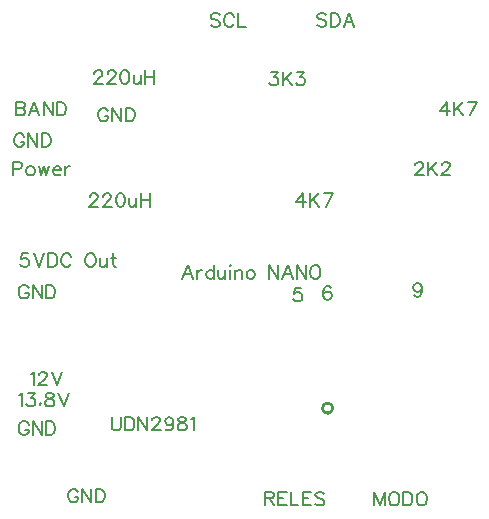
<source format=gto>
G04 Layer: TopSilkLayer*
G04 EasyEDA v6.4.19.5, 2021-06-09T19:17:38+02:00*
G04 94c66fb5ae3c4a55bd9af1bff0602b37,3a21a940fc264e4589df007fb316c5b6,10*
G04 Gerber Generator version 0.2*
G04 Scale: 100 percent, Rotated: No, Reflected: No *
G04 Dimensions in millimeters *
G04 leading zeros omitted , absolute positions ,4 integer and 5 decimal *
%FSLAX45Y45*%
%MOMM*%

%ADD10C,0.2540*%
%ADD13C,0.2032*%

%LPD*%
D13*
X5987288Y2176526D02*
G01*
X5981954Y2187447D01*
X5971031Y2198370D01*
X5960109Y2203957D01*
X5938265Y2203957D01*
X5927343Y2198370D01*
X5916422Y2187447D01*
X5910834Y2176526D01*
X5905500Y2160270D01*
X5905500Y2133092D01*
X5910834Y2116581D01*
X5916422Y2105660D01*
X5927343Y2094737D01*
X5938265Y2089404D01*
X5960109Y2089404D01*
X5971031Y2094737D01*
X5981954Y2105660D01*
X5987288Y2116581D01*
X5987288Y2133092D01*
X5960109Y2133092D02*
G01*
X5987288Y2133092D01*
X6023356Y2203957D02*
G01*
X6023356Y2089404D01*
X6023356Y2203957D02*
G01*
X6099556Y2089404D01*
X6099556Y2203957D02*
G01*
X6099556Y2089404D01*
X6135624Y2203957D02*
G01*
X6135624Y2089404D01*
X6135624Y2203957D02*
G01*
X6173977Y2203957D01*
X6190234Y2198370D01*
X6201156Y2187447D01*
X6206490Y2176526D01*
X6212077Y2160270D01*
X6212077Y2133092D01*
X6206490Y2116581D01*
X6201156Y2105660D01*
X6190234Y2094737D01*
X6173977Y2089404D01*
X6135624Y2089404D01*
X5949188Y3459226D02*
G01*
X5943854Y3470147D01*
X5932931Y3481070D01*
X5922009Y3486657D01*
X5900165Y3486657D01*
X5889243Y3481070D01*
X5878322Y3470147D01*
X5872734Y3459226D01*
X5867400Y3442970D01*
X5867400Y3415792D01*
X5872734Y3399281D01*
X5878322Y3388360D01*
X5889243Y3377437D01*
X5900165Y3372104D01*
X5922009Y3372104D01*
X5932931Y3377437D01*
X5943854Y3388360D01*
X5949188Y3399281D01*
X5949188Y3415792D01*
X5922009Y3415792D02*
G01*
X5949188Y3415792D01*
X5985256Y3486657D02*
G01*
X5985256Y3372104D01*
X5985256Y3486657D02*
G01*
X6061456Y3372104D01*
X6061456Y3486657D02*
G01*
X6061456Y3372104D01*
X6097524Y3486657D02*
G01*
X6097524Y3372104D01*
X6097524Y3486657D02*
G01*
X6135877Y3486657D01*
X6152134Y3481070D01*
X6163056Y3470147D01*
X6168390Y3459226D01*
X6173977Y3442970D01*
X6173977Y3415792D01*
X6168390Y3399281D01*
X6163056Y3388360D01*
X6152134Y3377437D01*
X6135877Y3372104D01*
X6097524Y3372104D01*
X6660388Y3675126D02*
G01*
X6655054Y3686047D01*
X6644131Y3696970D01*
X6633209Y3702557D01*
X6611365Y3702557D01*
X6600443Y3696970D01*
X6589522Y3686047D01*
X6583934Y3675126D01*
X6578600Y3658870D01*
X6578600Y3631692D01*
X6583934Y3615181D01*
X6589522Y3604260D01*
X6600443Y3593337D01*
X6611365Y3588004D01*
X6633209Y3588004D01*
X6644131Y3593337D01*
X6655054Y3604260D01*
X6660388Y3615181D01*
X6660388Y3631692D01*
X6633209Y3631692D02*
G01*
X6660388Y3631692D01*
X6696456Y3702557D02*
G01*
X6696456Y3588004D01*
X6696456Y3702557D02*
G01*
X6772656Y3588004D01*
X6772656Y3702557D02*
G01*
X6772656Y3588004D01*
X6808724Y3702557D02*
G01*
X6808724Y3588004D01*
X6808724Y3702557D02*
G01*
X6847077Y3702557D01*
X6863334Y3696970D01*
X6874256Y3686047D01*
X6879590Y3675126D01*
X6885177Y3658870D01*
X6885177Y3631692D01*
X6879590Y3615181D01*
X6874256Y3604260D01*
X6863334Y3593337D01*
X6847077Y3588004D01*
X6808724Y3588004D01*
X6406388Y449326D02*
G01*
X6401054Y460247D01*
X6390131Y471170D01*
X6379209Y476757D01*
X6357365Y476757D01*
X6346443Y471170D01*
X6335522Y460247D01*
X6329934Y449326D01*
X6324600Y433070D01*
X6324600Y405892D01*
X6329934Y389381D01*
X6335522Y378460D01*
X6346443Y367537D01*
X6357365Y362204D01*
X6379209Y362204D01*
X6390131Y367537D01*
X6401054Y378460D01*
X6406388Y389381D01*
X6406388Y405892D01*
X6379209Y405892D02*
G01*
X6406388Y405892D01*
X6442456Y476757D02*
G01*
X6442456Y362204D01*
X6442456Y476757D02*
G01*
X6518656Y362204D01*
X6518656Y476757D02*
G01*
X6518656Y362204D01*
X6554724Y476757D02*
G01*
X6554724Y362204D01*
X6554724Y476757D02*
G01*
X6593077Y476757D01*
X6609334Y471170D01*
X6620256Y460247D01*
X6625590Y449326D01*
X6631177Y433070D01*
X6631177Y405892D01*
X6625590Y389381D01*
X6620256Y378460D01*
X6609334Y367537D01*
X6593077Y362204D01*
X6554724Y362204D01*
X8915400Y451357D02*
G01*
X8915400Y336804D01*
X8915400Y451357D02*
G01*
X8959088Y336804D01*
X9002775Y451357D02*
G01*
X8959088Y336804D01*
X9002775Y451357D02*
G01*
X9002775Y336804D01*
X9071356Y451357D02*
G01*
X9060434Y445770D01*
X9049511Y434847D01*
X9044177Y423926D01*
X9038590Y407670D01*
X9038590Y380492D01*
X9044177Y363981D01*
X9049511Y353060D01*
X9060434Y342137D01*
X9071356Y336804D01*
X9093200Y336804D01*
X9104122Y342137D01*
X9115043Y353060D01*
X9120377Y363981D01*
X9125965Y380492D01*
X9125965Y407670D01*
X9120377Y423926D01*
X9115043Y434847D01*
X9104122Y445770D01*
X9093200Y451357D01*
X9071356Y451357D01*
X9162034Y451357D02*
G01*
X9162034Y336804D01*
X9162034Y451357D02*
G01*
X9200134Y451357D01*
X9216390Y445770D01*
X9227311Y434847D01*
X9232900Y423926D01*
X9238234Y407670D01*
X9238234Y380492D01*
X9232900Y363981D01*
X9227311Y353060D01*
X9216390Y342137D01*
X9200134Y336804D01*
X9162034Y336804D01*
X9307068Y451357D02*
G01*
X9296145Y445770D01*
X9285224Y434847D01*
X9279890Y423926D01*
X9274302Y407670D01*
X9274302Y380492D01*
X9279890Y363981D01*
X9285224Y353060D01*
X9296145Y342137D01*
X9307068Y336804D01*
X9328911Y336804D01*
X9339834Y342137D01*
X9350756Y353060D01*
X9356090Y363981D01*
X9361677Y380492D01*
X9361677Y407670D01*
X9356090Y423926D01*
X9350756Y434847D01*
X9339834Y445770D01*
X9328911Y451357D01*
X9307068Y451357D01*
X6692900Y1086357D02*
G01*
X6692900Y1004570D01*
X6698234Y988060D01*
X6709156Y977137D01*
X6725665Y971804D01*
X6736588Y971804D01*
X6752843Y977137D01*
X6763765Y988060D01*
X6769354Y1004570D01*
X6769354Y1086357D01*
X6805168Y1086357D02*
G01*
X6805168Y971804D01*
X6805168Y1086357D02*
G01*
X6843522Y1086357D01*
X6859777Y1080770D01*
X6870700Y1069847D01*
X6876288Y1058926D01*
X6881622Y1042670D01*
X6881622Y1015492D01*
X6876288Y998981D01*
X6870700Y988060D01*
X6859777Y977137D01*
X6843522Y971804D01*
X6805168Y971804D01*
X6917690Y1086357D02*
G01*
X6917690Y971804D01*
X6917690Y1086357D02*
G01*
X6993890Y971804D01*
X6993890Y1086357D02*
G01*
X6993890Y971804D01*
X7035545Y1058926D02*
G01*
X7035545Y1064513D01*
X7040879Y1075436D01*
X7046468Y1080770D01*
X7057390Y1086357D01*
X7078979Y1086357D01*
X7089902Y1080770D01*
X7095490Y1075436D01*
X7100824Y1064513D01*
X7100824Y1053592D01*
X7095490Y1042670D01*
X7084568Y1026413D01*
X7029958Y971804D01*
X7106411Y971804D01*
X7213345Y1048004D02*
G01*
X7207758Y1031747D01*
X7196836Y1020826D01*
X7180579Y1015492D01*
X7174991Y1015492D01*
X7158736Y1020826D01*
X7147813Y1031747D01*
X7142479Y1048004D01*
X7142479Y1053592D01*
X7147813Y1069847D01*
X7158736Y1080770D01*
X7174991Y1086357D01*
X7180579Y1086357D01*
X7196836Y1080770D01*
X7207758Y1069847D01*
X7213345Y1048004D01*
X7213345Y1020826D01*
X7207758Y993647D01*
X7196836Y977137D01*
X7180579Y971804D01*
X7169658Y971804D01*
X7153147Y977137D01*
X7147813Y988060D01*
X7276591Y1086357D02*
G01*
X7260081Y1080770D01*
X7254747Y1069847D01*
X7254747Y1058926D01*
X7260081Y1048004D01*
X7271004Y1042670D01*
X7292847Y1037081D01*
X7309358Y1031747D01*
X7320279Y1020826D01*
X7325613Y1009904D01*
X7325613Y993647D01*
X7320279Y982726D01*
X7314691Y977137D01*
X7298436Y971804D01*
X7276591Y971804D01*
X7260081Y977137D01*
X7254747Y982726D01*
X7249159Y993647D01*
X7249159Y1009904D01*
X7254747Y1020826D01*
X7265670Y1031747D01*
X7281925Y1037081D01*
X7303770Y1042670D01*
X7314691Y1048004D01*
X7320279Y1058926D01*
X7320279Y1069847D01*
X7314691Y1080770D01*
X7298436Y1086357D01*
X7276591Y1086357D01*
X7361681Y1064513D02*
G01*
X7372604Y1069847D01*
X7388859Y1086357D01*
X7388859Y971804D01*
X7333488Y2369057D02*
G01*
X7289800Y2254504D01*
X7333488Y2369057D02*
G01*
X7377175Y2254504D01*
X7306056Y2292604D02*
G01*
X7360665Y2292604D01*
X7412990Y2330704D02*
G01*
X7412990Y2254504D01*
X7412990Y2298192D02*
G01*
X7418577Y2314447D01*
X7429500Y2325370D01*
X7440422Y2330704D01*
X7456677Y2330704D01*
X7558277Y2369057D02*
G01*
X7558277Y2254504D01*
X7558277Y2314447D02*
G01*
X7547356Y2325370D01*
X7536434Y2330704D01*
X7519924Y2330704D01*
X7509002Y2325370D01*
X7498079Y2314447D01*
X7492745Y2298192D01*
X7492745Y2287270D01*
X7498079Y2270760D01*
X7509002Y2259837D01*
X7519924Y2254504D01*
X7536434Y2254504D01*
X7547356Y2259837D01*
X7558277Y2270760D01*
X7594091Y2330704D02*
G01*
X7594091Y2276347D01*
X7599679Y2259837D01*
X7610602Y2254504D01*
X7626858Y2254504D01*
X7637779Y2259837D01*
X7654290Y2276347D01*
X7654290Y2330704D02*
G01*
X7654290Y2254504D01*
X7690104Y2369057D02*
G01*
X7695691Y2363470D01*
X7701025Y2369057D01*
X7695691Y2374392D01*
X7690104Y2369057D01*
X7695691Y2330704D02*
G01*
X7695691Y2254504D01*
X7737093Y2330704D02*
G01*
X7737093Y2254504D01*
X7737093Y2309113D02*
G01*
X7753350Y2325370D01*
X7764272Y2330704D01*
X7780781Y2330704D01*
X7791704Y2325370D01*
X7797038Y2309113D01*
X7797038Y2254504D01*
X7860284Y2330704D02*
G01*
X7849361Y2325370D01*
X7838440Y2314447D01*
X7833106Y2298192D01*
X7833106Y2287270D01*
X7838440Y2270760D01*
X7849361Y2259837D01*
X7860284Y2254504D01*
X7876793Y2254504D01*
X7887715Y2259837D01*
X7898638Y2270760D01*
X7903972Y2287270D01*
X7903972Y2298192D01*
X7898638Y2314447D01*
X7887715Y2325370D01*
X7876793Y2330704D01*
X7860284Y2330704D01*
X8023859Y2369057D02*
G01*
X8023859Y2254504D01*
X8023859Y2369057D02*
G01*
X8100313Y2254504D01*
X8100313Y2369057D02*
G01*
X8100313Y2254504D01*
X8180070Y2369057D02*
G01*
X8136381Y2254504D01*
X8180070Y2369057D02*
G01*
X8223504Y2254504D01*
X8152638Y2292604D02*
G01*
X8207247Y2292604D01*
X8259572Y2369057D02*
G01*
X8259572Y2254504D01*
X8259572Y2369057D02*
G01*
X8336025Y2254504D01*
X8336025Y2369057D02*
G01*
X8336025Y2254504D01*
X8404606Y2369057D02*
G01*
X8393684Y2363470D01*
X8383015Y2352547D01*
X8377427Y2341626D01*
X8372093Y2325370D01*
X8372093Y2298192D01*
X8377427Y2281681D01*
X8383015Y2270760D01*
X8393684Y2259837D01*
X8404606Y2254504D01*
X8426450Y2254504D01*
X8437372Y2259837D01*
X8448293Y2270760D01*
X8453881Y2281681D01*
X8459215Y2298192D01*
X8459215Y2325370D01*
X8453881Y2341626D01*
X8448293Y2352547D01*
X8437372Y2363470D01*
X8426450Y2369057D01*
X8404606Y2369057D01*
X7607554Y4486147D02*
G01*
X7596631Y4497070D01*
X7580122Y4502657D01*
X7558277Y4502657D01*
X7542022Y4497070D01*
X7531100Y4486147D01*
X7531100Y4475226D01*
X7536434Y4464304D01*
X7542022Y4458970D01*
X7552943Y4453381D01*
X7585709Y4442713D01*
X7596631Y4437126D01*
X7601965Y4431792D01*
X7607554Y4420870D01*
X7607554Y4404360D01*
X7596631Y4393437D01*
X7580122Y4388104D01*
X7558277Y4388104D01*
X7542022Y4393437D01*
X7531100Y4404360D01*
X7725156Y4475226D02*
G01*
X7719822Y4486147D01*
X7708900Y4497070D01*
X7697977Y4502657D01*
X7676134Y4502657D01*
X7665211Y4497070D01*
X7654290Y4486147D01*
X7648956Y4475226D01*
X7643368Y4458970D01*
X7643368Y4431792D01*
X7648956Y4415281D01*
X7654290Y4404360D01*
X7665211Y4393437D01*
X7676134Y4388104D01*
X7697977Y4388104D01*
X7708900Y4393437D01*
X7719822Y4404360D01*
X7725156Y4415281D01*
X7761224Y4502657D02*
G01*
X7761224Y4388104D01*
X7761224Y4388104D02*
G01*
X7826756Y4388104D01*
X8509254Y4486147D02*
G01*
X8498331Y4497070D01*
X8481822Y4502657D01*
X8459977Y4502657D01*
X8443722Y4497070D01*
X8432800Y4486147D01*
X8432800Y4475226D01*
X8438134Y4464304D01*
X8443722Y4458970D01*
X8454643Y4453381D01*
X8487409Y4442713D01*
X8498331Y4437126D01*
X8503665Y4431792D01*
X8509254Y4420870D01*
X8509254Y4404360D01*
X8498331Y4393437D01*
X8481822Y4388104D01*
X8459977Y4388104D01*
X8443722Y4393437D01*
X8432800Y4404360D01*
X8545068Y4502657D02*
G01*
X8545068Y4388104D01*
X8545068Y4502657D02*
G01*
X8583422Y4502657D01*
X8599677Y4497070D01*
X8610600Y4486147D01*
X8616188Y4475226D01*
X8621522Y4458970D01*
X8621522Y4431792D01*
X8616188Y4415281D01*
X8610600Y4404360D01*
X8599677Y4393437D01*
X8583422Y4388104D01*
X8545068Y4388104D01*
X8701277Y4502657D02*
G01*
X8657590Y4388104D01*
X8701277Y4502657D02*
G01*
X8744711Y4388104D01*
X8673845Y4426204D02*
G01*
X8728456Y4426204D01*
X8037322Y4007357D02*
G01*
X8097265Y4007357D01*
X8064500Y3963670D01*
X8081009Y3963670D01*
X8091931Y3958081D01*
X8097265Y3952747D01*
X8102854Y3936492D01*
X8102854Y3925570D01*
X8097265Y3909060D01*
X8086343Y3898137D01*
X8070088Y3892804D01*
X8053577Y3892804D01*
X8037322Y3898137D01*
X8031734Y3903726D01*
X8026400Y3914647D01*
X8138668Y4007357D02*
G01*
X8138668Y3892804D01*
X8215122Y4007357D02*
G01*
X8138668Y3930904D01*
X8166100Y3958081D02*
G01*
X8215122Y3892804D01*
X8262111Y4007357D02*
G01*
X8322056Y4007357D01*
X8289290Y3963670D01*
X8305545Y3963670D01*
X8316468Y3958081D01*
X8322056Y3952747D01*
X8327390Y3936492D01*
X8327390Y3925570D01*
X8322056Y3909060D01*
X8311134Y3898137D01*
X8294877Y3892804D01*
X8278368Y3892804D01*
X8262111Y3898137D01*
X8256524Y3903726D01*
X8251190Y3914647D01*
X9528809Y3753357D02*
G01*
X9474200Y3676904D01*
X9555988Y3676904D01*
X9528809Y3753357D02*
G01*
X9528809Y3638804D01*
X9592056Y3753357D02*
G01*
X9592056Y3638804D01*
X9668256Y3753357D02*
G01*
X9592056Y3676904D01*
X9619234Y3704081D02*
G01*
X9668256Y3638804D01*
X9780777Y3753357D02*
G01*
X9726168Y3638804D01*
X9704324Y3753357D02*
G01*
X9780777Y3753357D01*
X9263634Y3217926D02*
G01*
X9263634Y3223513D01*
X9269222Y3234436D01*
X9274556Y3239770D01*
X9285477Y3245357D01*
X9307322Y3245357D01*
X9318243Y3239770D01*
X9323831Y3234436D01*
X9329165Y3223513D01*
X9329165Y3212592D01*
X9323831Y3201670D01*
X9312909Y3185413D01*
X9258300Y3130804D01*
X9334754Y3130804D01*
X9370568Y3245357D02*
G01*
X9370568Y3130804D01*
X9447022Y3245357D02*
G01*
X9370568Y3168904D01*
X9398000Y3196081D02*
G01*
X9447022Y3130804D01*
X9488424Y3217926D02*
G01*
X9488424Y3223513D01*
X9494011Y3234436D01*
X9499345Y3239770D01*
X9510268Y3245357D01*
X9532111Y3245357D01*
X9543034Y3239770D01*
X9548368Y3234436D01*
X9553956Y3223513D01*
X9553956Y3212592D01*
X9548368Y3201670D01*
X9537445Y3185413D01*
X9483090Y3130804D01*
X9559290Y3130804D01*
X8309609Y2978657D02*
G01*
X8255000Y2902204D01*
X8336788Y2902204D01*
X8309609Y2978657D02*
G01*
X8309609Y2864104D01*
X8372856Y2978657D02*
G01*
X8372856Y2864104D01*
X8449056Y2978657D02*
G01*
X8372856Y2902204D01*
X8400034Y2929381D02*
G01*
X8449056Y2864104D01*
X8561577Y2978657D02*
G01*
X8506968Y2864104D01*
X8485124Y2978657D02*
G01*
X8561577Y2978657D01*
X6545834Y3992626D02*
G01*
X6545834Y3998213D01*
X6551422Y4009136D01*
X6556756Y4014470D01*
X6567677Y4020057D01*
X6589522Y4020057D01*
X6600443Y4014470D01*
X6606031Y4009136D01*
X6611365Y3998213D01*
X6611365Y3987292D01*
X6606031Y3976370D01*
X6595109Y3960113D01*
X6540500Y3905504D01*
X6616954Y3905504D01*
X6658356Y3992626D02*
G01*
X6658356Y3998213D01*
X6663690Y4009136D01*
X6669277Y4014470D01*
X6680200Y4020057D01*
X6702043Y4020057D01*
X6712965Y4014470D01*
X6718300Y4009136D01*
X6723888Y3998213D01*
X6723888Y3987292D01*
X6718300Y3976370D01*
X6707377Y3960113D01*
X6652768Y3905504D01*
X6729222Y3905504D01*
X6798056Y4020057D02*
G01*
X6781545Y4014470D01*
X6770624Y3998213D01*
X6765290Y3970781D01*
X6765290Y3954526D01*
X6770624Y3927347D01*
X6781545Y3910837D01*
X6798056Y3905504D01*
X6808977Y3905504D01*
X6825234Y3910837D01*
X6836156Y3927347D01*
X6841490Y3954526D01*
X6841490Y3970781D01*
X6836156Y3998213D01*
X6825234Y4014470D01*
X6808977Y4020057D01*
X6798056Y4020057D01*
X6877558Y3981704D02*
G01*
X6877558Y3927347D01*
X6883145Y3910837D01*
X6894068Y3905504D01*
X6910324Y3905504D01*
X6921245Y3910837D01*
X6937502Y3927347D01*
X6937502Y3981704D02*
G01*
X6937502Y3905504D01*
X6973570Y4020057D02*
G01*
X6973570Y3905504D01*
X7050024Y4020057D02*
G01*
X7050024Y3905504D01*
X6973570Y3965447D02*
G01*
X7050024Y3965447D01*
X6507734Y2951226D02*
G01*
X6507734Y2956813D01*
X6513322Y2967736D01*
X6518656Y2973070D01*
X6529577Y2978657D01*
X6551422Y2978657D01*
X6562343Y2973070D01*
X6567931Y2967736D01*
X6573265Y2956813D01*
X6573265Y2945892D01*
X6567931Y2934970D01*
X6557009Y2918713D01*
X6502400Y2864104D01*
X6578854Y2864104D01*
X6620256Y2951226D02*
G01*
X6620256Y2956813D01*
X6625590Y2967736D01*
X6631177Y2973070D01*
X6642100Y2978657D01*
X6663943Y2978657D01*
X6674865Y2973070D01*
X6680200Y2967736D01*
X6685788Y2956813D01*
X6685788Y2945892D01*
X6680200Y2934970D01*
X6669277Y2918713D01*
X6614668Y2864104D01*
X6691122Y2864104D01*
X6759956Y2978657D02*
G01*
X6743445Y2973070D01*
X6732524Y2956813D01*
X6727190Y2929381D01*
X6727190Y2913126D01*
X6732524Y2885947D01*
X6743445Y2869437D01*
X6759956Y2864104D01*
X6770877Y2864104D01*
X6787134Y2869437D01*
X6798056Y2885947D01*
X6803390Y2913126D01*
X6803390Y2929381D01*
X6798056Y2956813D01*
X6787134Y2973070D01*
X6770877Y2978657D01*
X6759956Y2978657D01*
X6839458Y2940304D02*
G01*
X6839458Y2885947D01*
X6845045Y2869437D01*
X6855968Y2864104D01*
X6872224Y2864104D01*
X6883145Y2869437D01*
X6899402Y2885947D01*
X6899402Y2940304D02*
G01*
X6899402Y2864104D01*
X6935470Y2978657D02*
G01*
X6935470Y2864104D01*
X7011924Y2978657D02*
G01*
X7011924Y2864104D01*
X6935470Y2924047D02*
G01*
X7011924Y2924047D01*
X5880100Y3753357D02*
G01*
X5880100Y3638804D01*
X5880100Y3753357D02*
G01*
X5929122Y3753357D01*
X5945631Y3747770D01*
X5950965Y3742436D01*
X5956554Y3731513D01*
X5956554Y3720592D01*
X5950965Y3709670D01*
X5945631Y3704081D01*
X5929122Y3698747D01*
X5880100Y3698747D02*
G01*
X5929122Y3698747D01*
X5945631Y3693413D01*
X5950965Y3687826D01*
X5956554Y3676904D01*
X5956554Y3660647D01*
X5950965Y3649726D01*
X5945631Y3644137D01*
X5929122Y3638804D01*
X5880100Y3638804D01*
X6036056Y3753357D02*
G01*
X5992368Y3638804D01*
X6036056Y3753357D02*
G01*
X6079743Y3638804D01*
X6008877Y3676904D02*
G01*
X6063488Y3676904D01*
X6115811Y3753357D02*
G01*
X6115811Y3638804D01*
X6115811Y3753357D02*
G01*
X6192011Y3638804D01*
X6192011Y3753357D02*
G01*
X6192011Y3638804D01*
X6228079Y3753357D02*
G01*
X6228079Y3638804D01*
X6228079Y3753357D02*
G01*
X6266179Y3753357D01*
X6282690Y3747770D01*
X6293611Y3736847D01*
X6298945Y3725926D01*
X6304534Y3709670D01*
X6304534Y3682492D01*
X6298945Y3665981D01*
X6293611Y3655060D01*
X6282690Y3644137D01*
X6266179Y3638804D01*
X6228079Y3638804D01*
X5854700Y3245357D02*
G01*
X5854700Y3130804D01*
X5854700Y3245357D02*
G01*
X5903722Y3245357D01*
X5920231Y3239770D01*
X5925565Y3234436D01*
X5931154Y3223513D01*
X5931154Y3207004D01*
X5925565Y3196081D01*
X5920231Y3190747D01*
X5903722Y3185413D01*
X5854700Y3185413D01*
X5994400Y3207004D02*
G01*
X5983477Y3201670D01*
X5972556Y3190747D01*
X5966968Y3174492D01*
X5966968Y3163570D01*
X5972556Y3147060D01*
X5983477Y3136137D01*
X5994400Y3130804D01*
X6010656Y3130804D01*
X6021577Y3136137D01*
X6032500Y3147060D01*
X6038088Y3163570D01*
X6038088Y3174492D01*
X6032500Y3190747D01*
X6021577Y3201670D01*
X6010656Y3207004D01*
X5994400Y3207004D01*
X6073902Y3207004D02*
G01*
X6095745Y3130804D01*
X6117590Y3207004D02*
G01*
X6095745Y3130804D01*
X6117590Y3207004D02*
G01*
X6139434Y3130804D01*
X6161277Y3207004D02*
G01*
X6139434Y3130804D01*
X6197345Y3174492D02*
G01*
X6262624Y3174492D01*
X6262624Y3185413D01*
X6257290Y3196081D01*
X6251702Y3201670D01*
X6240779Y3207004D01*
X6224524Y3207004D01*
X6213602Y3201670D01*
X6202679Y3190747D01*
X6197345Y3174492D01*
X6197345Y3163570D01*
X6202679Y3147060D01*
X6213602Y3136137D01*
X6224524Y3130804D01*
X6240779Y3130804D01*
X6251702Y3136137D01*
X6262624Y3147060D01*
X6298691Y3207004D02*
G01*
X6298691Y3130804D01*
X6298691Y3174492D02*
G01*
X6304279Y3190747D01*
X6314947Y3201670D01*
X6325870Y3207004D01*
X6342379Y3207004D01*
X5983731Y2470657D02*
G01*
X5929122Y2470657D01*
X5923534Y2421381D01*
X5929122Y2426970D01*
X5945377Y2432304D01*
X5961888Y2432304D01*
X5978143Y2426970D01*
X5989065Y2416047D01*
X5994654Y2399792D01*
X5994654Y2388870D01*
X5989065Y2372360D01*
X5978143Y2361437D01*
X5961888Y2356104D01*
X5945377Y2356104D01*
X5929122Y2361437D01*
X5923534Y2367026D01*
X5918200Y2377947D01*
X6030468Y2470657D02*
G01*
X6074156Y2356104D01*
X6117843Y2470657D02*
G01*
X6074156Y2356104D01*
X6153911Y2470657D02*
G01*
X6153911Y2356104D01*
X6153911Y2470657D02*
G01*
X6192011Y2470657D01*
X6208268Y2465070D01*
X6219190Y2454147D01*
X6224777Y2443226D01*
X6230111Y2426970D01*
X6230111Y2399792D01*
X6224777Y2383281D01*
X6219190Y2372360D01*
X6208268Y2361437D01*
X6192011Y2356104D01*
X6153911Y2356104D01*
X6347968Y2443226D02*
G01*
X6342634Y2454147D01*
X6331711Y2465070D01*
X6320790Y2470657D01*
X6298945Y2470657D01*
X6288024Y2465070D01*
X6277102Y2454147D01*
X6271768Y2443226D01*
X6266179Y2426970D01*
X6266179Y2399792D01*
X6271768Y2383281D01*
X6277102Y2372360D01*
X6288024Y2361437D01*
X6298945Y2356104D01*
X6320790Y2356104D01*
X6331711Y2361437D01*
X6342634Y2372360D01*
X6347968Y2383281D01*
X6500622Y2470657D02*
G01*
X6489954Y2465070D01*
X6479031Y2454147D01*
X6473443Y2443226D01*
X6468109Y2426970D01*
X6468109Y2399792D01*
X6473443Y2383281D01*
X6479031Y2372360D01*
X6489954Y2361437D01*
X6500622Y2356104D01*
X6522465Y2356104D01*
X6533388Y2361437D01*
X6544309Y2372360D01*
X6549897Y2383281D01*
X6555231Y2399792D01*
X6555231Y2426970D01*
X6549897Y2443226D01*
X6544309Y2454147D01*
X6533388Y2465070D01*
X6522465Y2470657D01*
X6500622Y2470657D01*
X6591300Y2432304D02*
G01*
X6591300Y2377947D01*
X6596634Y2361437D01*
X6607556Y2356104D01*
X6624065Y2356104D01*
X6634988Y2361437D01*
X6651243Y2377947D01*
X6651243Y2432304D02*
G01*
X6651243Y2356104D01*
X6703568Y2470657D02*
G01*
X6703568Y2377947D01*
X6709156Y2361437D01*
X6720077Y2356104D01*
X6731000Y2356104D01*
X6687311Y2432304D02*
G01*
X6725411Y2432304D01*
X7988300Y451357D02*
G01*
X7988300Y336804D01*
X7988300Y451357D02*
G01*
X8037322Y451357D01*
X8053831Y445770D01*
X8059165Y440436D01*
X8064754Y429513D01*
X8064754Y418592D01*
X8059165Y407670D01*
X8053831Y402081D01*
X8037322Y396747D01*
X7988300Y396747D01*
X8026400Y396747D02*
G01*
X8064754Y336804D01*
X8100568Y451357D02*
G01*
X8100568Y336804D01*
X8100568Y451357D02*
G01*
X8171688Y451357D01*
X8100568Y396747D02*
G01*
X8144256Y396747D01*
X8100568Y336804D02*
G01*
X8171688Y336804D01*
X8207502Y451357D02*
G01*
X8207502Y336804D01*
X8207502Y336804D02*
G01*
X8273034Y336804D01*
X8309102Y451357D02*
G01*
X8309102Y336804D01*
X8309102Y451357D02*
G01*
X8379968Y451357D01*
X8309102Y396747D02*
G01*
X8352790Y396747D01*
X8309102Y336804D02*
G01*
X8379968Y336804D01*
X8492236Y434847D02*
G01*
X8481313Y445770D01*
X8465058Y451357D01*
X8443213Y451357D01*
X8426958Y445770D01*
X8416036Y434847D01*
X8416036Y423926D01*
X8421370Y413004D01*
X8426958Y407670D01*
X8437879Y402081D01*
X8470391Y391413D01*
X8481313Y385826D01*
X8486902Y380492D01*
X8492236Y369570D01*
X8492236Y353060D01*
X8481313Y342137D01*
X8465058Y336804D01*
X8443213Y336804D01*
X8426958Y342137D01*
X8416036Y353060D01*
X6007100Y1445513D02*
G01*
X6018022Y1450847D01*
X6034277Y1467357D01*
X6034277Y1352804D01*
X6075934Y1439926D02*
G01*
X6075934Y1445513D01*
X6081268Y1456436D01*
X6086856Y1461770D01*
X6097524Y1467357D01*
X6119368Y1467357D01*
X6130290Y1461770D01*
X6135877Y1456436D01*
X6141211Y1445513D01*
X6141211Y1434592D01*
X6135877Y1423670D01*
X6124956Y1407413D01*
X6070345Y1352804D01*
X6146800Y1352804D01*
X6182613Y1467357D02*
G01*
X6226302Y1352804D01*
X6269990Y1467357D02*
G01*
X6226302Y1352804D01*
X9316465Y2178304D02*
G01*
X9311131Y2162047D01*
X9300209Y2151126D01*
X9283700Y2145792D01*
X9278365Y2145792D01*
X9261856Y2151126D01*
X9250934Y2162047D01*
X9245600Y2178304D01*
X9245600Y2183892D01*
X9250934Y2200147D01*
X9261856Y2211070D01*
X9278365Y2216657D01*
X9283700Y2216657D01*
X9300209Y2211070D01*
X9311131Y2200147D01*
X9316465Y2178304D01*
X9316465Y2151126D01*
X9311131Y2123947D01*
X9300209Y2107437D01*
X9283700Y2102104D01*
X9272777Y2102104D01*
X9256522Y2107437D01*
X9250934Y2118360D01*
X8549131Y2174747D02*
G01*
X8543543Y2185670D01*
X8527288Y2191257D01*
X8516365Y2191257D01*
X8499856Y2185670D01*
X8488934Y2169413D01*
X8483600Y2141981D01*
X8483600Y2114804D01*
X8488934Y2092960D01*
X8499856Y2082037D01*
X8516365Y2076704D01*
X8521700Y2076704D01*
X8538209Y2082037D01*
X8549131Y2092960D01*
X8554465Y2109470D01*
X8554465Y2114804D01*
X8549131Y2131313D01*
X8538209Y2141981D01*
X8521700Y2147570D01*
X8516365Y2147570D01*
X8499856Y2141981D01*
X8488934Y2131313D01*
X8483600Y2114804D01*
X8295131Y2178557D02*
G01*
X8240522Y2178557D01*
X8234934Y2129281D01*
X8240522Y2134870D01*
X8256777Y2140204D01*
X8273288Y2140204D01*
X8289543Y2134870D01*
X8300465Y2123947D01*
X8306054Y2107692D01*
X8306054Y2096770D01*
X8300465Y2080260D01*
X8289543Y2069337D01*
X8273288Y2064004D01*
X8256777Y2064004D01*
X8240522Y2069337D01*
X8234934Y2074926D01*
X8229600Y2085847D01*
X5987288Y1020826D02*
G01*
X5981954Y1031747D01*
X5971031Y1042670D01*
X5960109Y1048257D01*
X5938265Y1048257D01*
X5927343Y1042670D01*
X5916422Y1031747D01*
X5910834Y1020826D01*
X5905500Y1004570D01*
X5905500Y977392D01*
X5910834Y960881D01*
X5916422Y949960D01*
X5927343Y939037D01*
X5938265Y933704D01*
X5960109Y933704D01*
X5971031Y939037D01*
X5981954Y949960D01*
X5987288Y960881D01*
X5987288Y977392D01*
X5960109Y977392D02*
G01*
X5987288Y977392D01*
X6023356Y1048257D02*
G01*
X6023356Y933704D01*
X6023356Y1048257D02*
G01*
X6099556Y933704D01*
X6099556Y1048257D02*
G01*
X6099556Y933704D01*
X6135624Y1048257D02*
G01*
X6135624Y933704D01*
X6135624Y1048257D02*
G01*
X6173977Y1048257D01*
X6190234Y1042670D01*
X6201156Y1031747D01*
X6206490Y1020826D01*
X6212077Y1004570D01*
X6212077Y977392D01*
X6206490Y960881D01*
X6201156Y949960D01*
X6190234Y939037D01*
X6173977Y933704D01*
X6135624Y933704D01*
X5905500Y1267713D02*
G01*
X5916422Y1273047D01*
X5932677Y1289557D01*
X5932677Y1175004D01*
X5979668Y1289557D02*
G01*
X6039611Y1289557D01*
X6006845Y1245870D01*
X6023356Y1245870D01*
X6034277Y1240281D01*
X6039611Y1234947D01*
X6045200Y1218692D01*
X6045200Y1207770D01*
X6039611Y1191260D01*
X6028690Y1180337D01*
X6012434Y1175004D01*
X5995924Y1175004D01*
X5979668Y1180337D01*
X5974334Y1185926D01*
X5968745Y1196847D01*
X6086602Y1202181D02*
G01*
X6081013Y1196847D01*
X6086602Y1191260D01*
X6091936Y1196847D01*
X6086602Y1202181D01*
X6155436Y1289557D02*
G01*
X6138925Y1283970D01*
X6133591Y1273047D01*
X6133591Y1262126D01*
X6138925Y1251204D01*
X6149847Y1245870D01*
X6171691Y1240281D01*
X6187947Y1234947D01*
X6198870Y1224026D01*
X6204458Y1213104D01*
X6204458Y1196847D01*
X6198870Y1185926D01*
X6193536Y1180337D01*
X6177025Y1175004D01*
X6155436Y1175004D01*
X6138925Y1180337D01*
X6133591Y1185926D01*
X6128004Y1196847D01*
X6128004Y1213104D01*
X6133591Y1224026D01*
X6144513Y1234947D01*
X6160770Y1240281D01*
X6182613Y1245870D01*
X6193536Y1251204D01*
X6198870Y1262126D01*
X6198870Y1273047D01*
X6193536Y1283970D01*
X6177025Y1289557D01*
X6155436Y1289557D01*
X6240525Y1289557D02*
G01*
X6283959Y1175004D01*
X6327647Y1289557D02*
G01*
X6283959Y1175004D01*
D10*
G75*
G01
X8562696Y1160272D02*
G03X8562696Y1160272I-43840J0D01*
M02*

</source>
